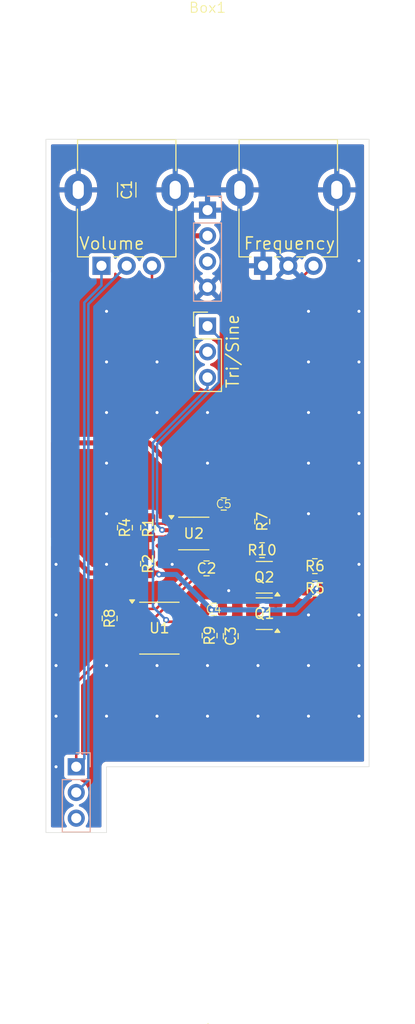
<source format=kicad_pcb>
(kicad_pcb (version 20241229) (generator "pcbnew") (generator_version "9.0")
  (layers (0 "F.Cu" jumper) (2 "B.Cu" signal) (13 "F.Paste" user) (15 "B.Paste" user) (5 "F.SilkS" user "F.Silkscreen") (7 "B.SilkS" user "B.Silkscreen") (1 "F.Mask" user) (3 "B.Mask" user) (25 "Edge.Cuts" user))
  (net 0 "")
  (net 1 "+9V")
  (net 2 "GND")
  (net 3 "IN")
  (net 4 "GNDREF")
  (net 5 "OUT")
  (net 6 "8.4V")
  (net 7 "2.5V")
  (net 8 "Net-(Q2A-B)")
  (net 9 "Net-(U2A-+)")
  (net 10 "INCURR")
  (net 12 "TRIANGLE")
  (net 13 "Net-(Q2B-B)")
  (net 14 "SQUARE")
  (net 16 "Net-(U1B--)")
  (net 17 "SINEISH")
  (net 18 "Net-(R7-Pad2)")
  (net 19 "Net-(SW1-B)")
  (footprint "Resistor_SMD:R_0805_2012Metric" (layer "F.Cu") (at 94.1075 104.94 -90)
    (property "Reference" "R2" (at 0 0 90) (layer "F.SilkS"))
    (property "Value" "22k")
    (fp_line (start -0.227064 0.735) (end 0.227064 0.735) (stroke (width 0.12)) (layer "F.SilkS"))
    (fp_line (start -0.227064 -0.735) (end 0.227064 -0.735) (stroke (width 0.12)) (layer "F.SilkS"))
    (pad "1" smd roundrect (at -0.9125 0 270) (size 1.025 1.4) (layers "F.Cu" "F.Mask" "F.Paste") (roundrect_rratio 0.243902) (net 9 "Net-(U2A-+)"))
    (pad "2" smd roundrect (at 0.9125 0 270) (size 1.025 1.4) (layers "F.Cu" "F.Mask" "F.Paste") (roundrect_rratio 0.243902) (net 1 "+9V"))
  )
  (footprint "Resistor_SMD:R_0805_2012Metric" (layer "F.Cu") (at 100.2075 112.04 -90)
    (property "Reference" "R9" (at 0 0 90) (layer "F.SilkS"))
    (property "Value" "56k")
    (fp_line (start -0.227064 0.735) (end 0.227064 0.735) (stroke (width 0.12)) (layer "F.SilkS"))
    (fp_line (start -0.227064 -0.735) (end 0.227064 -0.735) (stroke (width 0.12)) (layer "F.SilkS"))
    (pad "1" smd roundrect (at -0.9125 0 270) (size 1.025 1.4) (layers "F.Cu" "F.Mask" "F.Paste") (roundrect_rratio 0.243902) (net 17 "SINEISH"))
    (pad "2" smd roundrect (at 0.9125 0 270) (size 1.025 1.4) (layers "F.Cu" "F.Mask" "F.Paste") (roundrect_rratio 0.243902) (net 16 "Net-(U1B--)"))
  )
  (footprint "Resistor_SMD:R_0805_2012Metric" (layer "F.Cu") (at 110.6325 105.1775)
    (property "Reference" "R6" (at 0 0 0) (layer "F.SilkS"))
    (property "Value" "50k")
    (fp_line (start -0.227064 -0.735) (end 0.227064 -0.735) (stroke (width 0.12)) (layer "F.SilkS"))
    (fp_line (start -0.227064 0.735) (end 0.227064 0.735) (stroke (width 0.12)) (layer "F.SilkS"))
    (pad "1" smd roundrect (at -0.9125 0) (size 1.025 1.4) (layers "F.Cu" "F.Mask" "F.Paste") (roundrect_rratio 0.243902) (net 8 "Net-(Q2A-B)"))
    (pad "2" smd roundrect (at 0.9125 0) (size 1.025 1.4) (layers "F.Cu" "F.Mask" "F.Paste") (roundrect_rratio 0.243902) (net 2 "GND"))
  )
  (footprint "Mylib:1590A" (layer "F.Cu") (at 100 100)
    (property "Reference" "Box1" (at 0 -50 0) (layer "F.SilkS") (effects (font (thickness 0.1))))
    (property "Value" "1590A")
    (fp_line (start 0.05 50.375) (end 0.05 50.375) (stroke (width 0.1)) (layer "F.SilkS"))
  )
  (footprint "Resistor_SMD:R_0805_2012Metric" (layer "F.Cu") (at 105.4 103.6)
    (property "Reference" "R10" (at 0 0 0) (layer "F.SilkS"))
    (property "Value" "100k")
    (fp_line (start -0.227064 -0.735) (end 0.227064 -0.735) (stroke (width 0.12)) (layer "F.SilkS"))
    (fp_line (start -0.227064 0.735) (end 0.227064 0.735) (stroke (width 0.12)) (layer "F.SilkS"))
    (pad "1" smd roundrect (at -0.9125 0) (size 1.025 1.4) (layers "F.Cu" "F.Mask" "F.Paste") (roundrect_rratio 0.243902) (net 14 "SQUARE"))
    (pad "2" smd roundrect (at 0.9125 0) (size 1.025 1.4) (layers "F.Cu" "F.Mask" "F.Paste") (roundrect_rratio 0.243902) (net 13 "Net-(Q2B-B)"))
  )
  (footprint "Package_SO:SOIC-8_3.9x4.9mm_P1.27mm" (layer "F.Cu") (at 95.2325 111.305)
    (property "Reference" "U1" (at 0 0 0) (layer "F.SilkS"))
    (property "Value" "OPA1656")
    (fp_line (start 0 -2.56) (end -1.95 -2.56) (stroke (width 0.12)) (layer "F.SilkS"))
    (fp_line (start 0 -2.56) (end 1.95 -2.56) (stroke (width 0.12)) (layer "F.SilkS"))
    (fp_line (start 0 2.56) (end -1.95 2.56) (stroke (width 0.12)) (layer "F.SilkS"))
    (fp_line (start 0 2.56) (end 1.95 2.56) (stroke (width 0.12)) (layer "F.SilkS"))
    (fp_poly (pts (xy -2.7 -2.465) (xy -2.94 -2.795) (xy -2.46 -2.795)) (stroke (width 0.12)) (fill yes) (layer "F.SilkS"))
    (pad "1" smd roundrect (at -2.475 -1.905) (size 1.95 0.6) (layers "F.Cu" "F.Mask" "F.Paste") (net 12 "TRIANGLE"))
    (pad "2" smd roundrect (at -2.475 -0.635) (size 1.95 0.6) (layers "F.Cu" "F.Mask" "F.Paste") (net 10 "INCURR"))
    (pad "3" smd roundrect (at -2.475 0.635) (size 1.95 0.6) (layers "F.Cu" "F.Mask" "F.Paste") (net 4 "GNDREF"))
    (pad "4" smd roundrect (at -2.475 1.905) (size 1.95 0.6) (layers "F.Cu" "F.Mask" "F.Paste") (net 2 "GND"))
    (pad "5" smd roundrect (at 2.475 1.905) (size 1.95 0.6) (layers "F.Cu" "F.Mask" "F.Paste") (net 4 "GNDREF"))
    (pad "6" smd roundrect (at 2.475 0.635) (size 1.95 0.6) (layers "F.Cu" "F.Mask" "F.Paste") (net 16 "Net-(U1B--)"))
    (pad "7" smd roundrect (at 2.475 -0.635) (size 1.95 0.6) (layers "F.Cu" "F.Mask" "F.Paste") (net 17 "SINEISH"))
    (pad "8" smd roundrect (at 2.475 -1.905) (size 1.95 0.6) (layers "F.Cu" "F.Mask" "F.Paste") (net 1 "+9V"))
  )
  (footprint "Package_TO_SOT_SMD:SOT-23-6" (layer "F.Cu") (at 105.62 106.2775 180)
    (property "Reference" "Q2" (at 0 0 0) (layer "F.SilkS"))
    (property "Value" "DMMT5551")
    (fp_line (start 0 1.56) (end 0.8 1.56) (stroke (width 0.12)) (layer "F.SilkS"))
    (fp_line (start 0 1.56) (end -0.8 1.56) (stroke (width 0.12)) (layer "F.SilkS"))
    (fp_line (start 0 -1.56) (end 0.8 -1.56) (stroke (width 0.12)) (layer "F.SilkS"))
    (fp_line (start 0 -1.56) (end -0.8 -1.56) (stroke (width 0.12)) (layer "F.SilkS"))
    (fp_poly (pts (xy -1.3 -1.51) (xy -1.54 -1.84) (xy -1.06 -1.84)) (stroke (width 0.12)) (fill yes) (layer "F.SilkS"))
    (pad "1" smd roundrect (at -1.1375 -0.95 180) (size 1.325 0.6) (layers "F.Cu" "F.Mask" "F.Paste") (net 6 "8.4V"))
    (pad "2" smd roundrect (at -1.1375 0 180) (size 1.325 0.6) (layers "F.Cu" "F.Mask" "F.Paste") (net 8 "Net-(Q2A-B)"))
    (pad "3" smd roundrect (at -1.1375 0.95 180) (size 1.325 0.6) (layers "F.Cu" "F.Mask" "F.Paste") (net 13 "Net-(Q2B-B)"))
    (pad "4" smd roundrect (at 1.1375 0.95 180) (size 1.325 0.6) (layers "F.Cu" "F.Mask" "F.Paste") (net 10 "INCURR"))
    (pad "5" smd roundrect (at 1.1375 0 180) (size 1.325 0.6) (layers "F.Cu" "F.Mask" "F.Paste") (net 7 "2.5V"))
    (pad "6" smd roundrect (at 1.1375 -0.95 180) (size 1.325 0.6) (layers "F.Cu" "F.Mask" "F.Paste") (net 7 "2.5V"))
  )
  (footprint "Connector_PinHeader_2.54mm:PinHeader_1x03_P2.54mm_Vertical" (layer "F.Cu") (at 100 81.46)
    (property "Reference" "SW1" (hide yes))
    (property "Value" "ON-OFF-ON")
    (fp_line (start -1.38 -1.38) (end 0 -1.38) (stroke (width 0.12)) (layer "F.SilkS"))
    (fp_line (start -1.38 0) (end -1.38 -1.38) (stroke (width 0.12)) (layer "F.SilkS"))
    (fp_line (start -1.38 1.27) (end -1.38 6.46) (stroke (width 0.12)) (layer "F.SilkS"))
    (fp_line (start -1.38 1.27) (end 1.38 1.27) (stroke (width 0.12)) (layer "F.SilkS"))
    (fp_line (start -1.38 6.46) (end 1.38 6.46) (stroke (width 0.12)) (layer "F.SilkS"))
    (fp_line (start 1.38 1.27) (end 1.38 6.46) (stroke (width 0.12)) (layer "F.SilkS"))
    (pad "1" thru_hole rect (at 0 0) (size 1.7 1.7) (drill 1) (layers "*.Cu" "*.Mask") (net 12 "TRIANGLE"))
    (pad "2" thru_hole circle (at 0 2.54) (size 1.7 1.7) (drill 1) (layers "*.Cu" "*.Mask") (net 19 "Net-(SW1-B)"))
    (pad "3" thru_hole circle (at 0 5.08) (size 1.7 1.7) (drill 1) (layers "*.Cu" "*.Mask") (net 17 "SINEISH"))
  )
  (footprint "Resistor_SMD:R_0805_2012Metric" (layer "F.Cu") (at 90.3075 110.34 90)
    (property "Reference" "R8" (at 0 0 90) (layer "F.SilkS"))
    (property "Value" "56k")
    (fp_line (start -0.227064 -0.735) (end 0.227064 -0.735) (stroke (width 0.12)) (layer "F.SilkS"))
    (fp_line (start -0.227064 0.735) (end 0.227064 0.735) (stroke (width 0.12)) (layer "F.SilkS"))
    (pad "1" smd roundrect (at -0.9125 0 90) (size 1.025 1.4) (layers "F.Cu" "F.Mask" "F.Paste") (roundrect_rratio 0.243902) (net 16 "Net-(U1B--)"))
    (pad "2" smd roundrect (at 0.9125 0 90) (size 1.025 1.4) (layers "F.Cu" "F.Mask" "F.Paste") (roundrect_rratio 0.243902) (net 12 "TRIANGLE"))
  )
  (footprint "Package_SO:MSOP-8_3x3mm_P0.65mm" (layer "F.Cu") (at 98.63875 101.9525)
    (property "Reference" "U2" (at 0 0 0) (layer "F.SilkS"))
    (property "Value" "LM393")
    (fp_line (start 0 -1.61) (end -1.5 -1.61) (stroke (width 0.12)) (layer "F.SilkS"))
    (fp_line (start 0 -1.61) (end 1.5 -1.61) (stroke (width 0.12)) (layer "F.SilkS"))
    (fp_line (start 0 1.61) (end -1.5 1.61) (stroke (width 0.12)) (layer "F.SilkS"))
    (fp_line (start 0 1.61) (end 1.5 1.61) (stroke (width 0.12)) (layer "F.SilkS"))
    (fp_poly (pts (xy -2.2125 -1.435) (xy -2.4525 -1.765) (xy -1.9725 -1.765)) (stroke (width 0.12)) (fill yes) (layer "F.SilkS"))
    (pad "1" smd roundrect (at -2.1125 -0.975) (size 1.625 0.4) (layers "F.Cu" "F.Mask" "F.Paste") (net 14 "SQUARE"))
    (pad "2" smd roundrect (at -2.1125 -0.325) (size 1.625 0.4) (layers "F.Cu" "F.Mask" "F.Paste") (net 12 "TRIANGLE"))
    (pad "3" smd roundrect (at -2.1125 0.325) (size 1.625 0.4) (layers "F.Cu" "F.Mask" "F.Paste") (net 9 "Net-(U2A-+)"))
    (pad "4" smd roundrect (at -2.1125 0.975) (size 1.625 0.4) (layers "F.Cu" "F.Mask" "F.Paste") (net 2 "GND"))
    (pad "5" smd roundrect (at 2.1125 0.975) (size 1.625 0.4) (layers "F.Cu" "F.Mask" "F.Paste") (net 2 "GND"))
    (pad "6" smd roundrect (at 2.1125 0.325) (size 1.625 0.4) (layers "F.Cu" "F.Mask" "F.Paste") (net 2 "GND"))
    (pad "7" smd roundrect (at 2.1125 -0.325) (size 1.625 0.4) (layers "F.Cu" "F.Mask" "F.Paste"))
    (pad "8" smd roundrect (at 2.1125 -0.975) (size 1.625 0.4) (layers "F.Cu" "F.Mask" "F.Paste") (net 1 "+9V"))
  )
  (footprint "Package_TO_SOT_SMD:SOT-23-6" (layer "F.Cu") (at 105.62 109.8775 180)
    (property "Reference" "Q1" (at 0 0 0) (layer "F.SilkS"))
    (property "Value" "DMMT5401")
    (fp_line (start 0 1.56) (end 0.8 1.56) (stroke (width 0.12)) (layer "F.SilkS"))
    (fp_line (start 0 1.56) (end -0.8 1.56) (stroke (width 0.12)) (layer "F.SilkS"))
    (fp_line (start 0 -1.56) (end 0.8 -1.56) (stroke (width 0.12)) (layer "F.SilkS"))
    (fp_line (start 0 -1.56) (end -0.8 -1.56) (stroke (width 0.12)) (layer "F.SilkS"))
    (fp_poly (pts (xy -1.3 -1.51) (xy -1.54 -1.84) (xy -1.06 -1.84)) (stroke (width 0.12)) (fill yes) (layer "F.SilkS"))
    (pad "1" smd roundrect (at -1.1375 -0.95 180) (size 1.325 0.6) (layers "F.Cu" "F.Mask" "F.Paste") (net 6 "8.4V"))
    (pad "2" smd roundrect (at -1.1375 0 180) (size 1.325 0.6) (layers "F.Cu" "F.Mask" "F.Paste") (net 6 "8.4V"))
    (pad "3" smd roundrect (at -1.1375 0.95 180) (size 1.325 0.6) (layers "F.Cu" "F.Mask" "F.Paste") (net 6 "8.4V"))
    (pad "4" smd roundrect (at 1.1375 0.95 180) (size 1.325 0.6) (layers "F.Cu" "F.Mask" "F.Paste") (net 10 "INCURR"))
    (pad "5" smd roundrect (at 1.1375 0 180) (size 1.325 0.6) (layers "F.Cu" "F.Mask" "F.Paste") (net 1 "+9V"))
    (pad "6" smd roundrect (at 1.1375 -0.95 180) (size 1.325 0.6) (layers "F.Cu" "F.Mask" "F.Paste") (net 1 "+9V"))
  )
  (footprint "Resistor_SMD:R_0805_2012Metric" (layer "F.Cu") (at 105.42 100.7775 90)
    (property "Reference" "R7" (at 0 0 90) (layer "F.SilkS"))
    (property "Value" "10k")
    (fp_line (start -0.227064 -0.735) (end 0.227064 -0.735) (stroke (width 0.12)) (layer "F.SilkS"))
    (fp_line (start -0.227064 0.735) (end 0.227064 0.735) (stroke (width 0.12)) (layer "F.SilkS"))
    (pad "1" smd roundrect (at -0.9125 0 90) (size 1.025 1.4) (layers "F.Cu" "F.Mask" "F.Paste") (roundrect_rratio 0.243902) (net 7 "2.5V"))
    (pad "2" smd roundrect (at 0.9125 0 90) (size 1.025 1.4) (layers "F.Cu" "F.Mask" "F.Paste") (roundrect_rratio 0.243902) (net 18 "Net-(R7-Pad2)"))
  )
  (footprint "Mylib:Potentiometer_9mm_MP" (layer "F.Cu") (at 108 68)
    (property "Reference" "RV3" (hide yes))
    (property "Value" "B100k Frequency")
    (fp_line (start -4.88 6.62) (end -4.88 1.9) (stroke (width 0.12)) (layer "F.SilkS"))
    (fp_line (start -4.87 -1.91) (end -4.87 -4.97) (stroke (width 0.12)) (layer "F.SilkS"))
    (fp_line (start -3.69 6.62) (end -4.87 6.62) (stroke (width 0.12)) (layer "F.SilkS"))
    (fp_line (start -0.79 6.62) (end -1.32 6.62) (stroke (width 0.12)) (layer "F.SilkS"))
    (fp_line (start 1.66 6.62) (end 0.83 6.62) (stroke (width 0.12)) (layer "F.SilkS"))
    (fp_line (start 4.87 -4.97) (end -4.87 -4.97) (stroke (width 0.12)) (layer "F.SilkS"))
    (fp_line (start 4.87 -1.91) (end 4.87 -4.97) (stroke (width 0.12)) (layer "F.SilkS"))
    (fp_line (start 4.87 6.62) (end 3.38 6.62) (stroke (width 0.12)) (layer "F.SilkS"))
    (fp_line (start 4.87 6.62) (end 4.87 1.9) (stroke (width 0.12)) (layer "F.SilkS"))
    (pad "1" thru_hole rect (at -2.5 7.5) (size 1.8 1.8) (drill 1) (layers "*.Cu" "*.Mask") (net 2 "GND"))
    (pad "2" thru_hole circle (at 0 7.5) (size 1.8 1.8) (drill 1) (layers "*.Cu" "*.Mask") (net 2 "GND"))
    (pad "3" thru_hole circle (at 2.5 7.5) (size 1.8 1.8) (drill 1) (layers "*.Cu" "*.Mask") (net 18 "Net-(R7-Pad2)"))
    (pad "MP" thru_hole oval (at -4.8 0) (size 2.72 3.24) (drill oval 1.1 1.8) (layers "*.Cu" "*.Mask") (net 2 "GND"))
    (pad "MP" thru_hole oval (at 4.8 0) (size 2.72 3.24) (drill oval 1.1 1.8) (layers "*.Cu" "*.Mask") (net 2 "GND"))
  )
  (footprint "Capacitor_SMD:C_0805_2012Metric" (layer "F.Cu") (at 102.3 112.1 90)
    (property "Reference" "C3" (at 0 0 90) (layer "F.SilkS"))
    (property "Value" "47n")
    (fp_line (start -0.261252 -0.735) (end 0.261252 -0.735) (stroke (width 0.12)) (layer "F.SilkS"))
    (fp_line (start -0.261252 0.735) (end 0.261252 0.735) (stroke (width 0.12)) (layer "F.SilkS"))
    (pad "1" smd roundrect (at -0.95 0 90) (size 1 1.45) (layers "F.Cu" "F.Mask" "F.Paste") (net 16 "Net-(U1B--)"))
    (pad "2" smd roundrect (at 0.95 0 90) (size 1 1.45) (layers "F.Cu" "F.Mask" "F.Paste") (net 17 "SINEISH"))
  )
  (footprint "Resistor_SMD:R_0805_2012Metric" (layer "F.Cu") (at 91.82 101.3775 -90)
    (property "Reference" "R4" (at 0 0 90) (layer "F.SilkS"))
    (property "Value" "100k")
    (fp_line (start -0.227064 0.735) (end 0.227064 0.735) (stroke (width 0.12)) (layer "F.SilkS"))
    (fp_line (start -0.227064 -0.735) (end 0.227064 -0.735) (stroke (width 0.12)) (layer "F.SilkS"))
    (pad "1" smd roundrect (at -0.9125 0 270) (size 1.025 1.4) (layers "F.Cu" "F.Mask" "F.Paste") (roundrect_rratio 0.243902) (net 2 "GND"))
    (pad "2" smd roundrect (at 0.9125 0 270) (size 1.025 1.4) (layers "F.Cu" "F.Mask" "F.Paste") (roundrect_rratio 0.243902) (net 9 "Net-(U2A-+)"))
  )
  (footprint "Mylib:C_0704_1810Metric" (layer "F.Cu") (at 100.6075 109.44)
    (property "Reference" "C4" (at 0 0 0) (layer "F.SilkS") (effects (font (size 0.8 0.8) (thickness 0.1))))
    (property "Value" "0.1uF")
    (fp_line (start -0.25 -0.6) (end 0.25 -0.6) (stroke (width 0.12)) (layer "F.SilkS"))
    (fp_line (start -0.25 0.6) (end 0.25 0.6) (stroke (width 0.12)) (layer "F.SilkS"))
    (pad "1" smd roundrect (at -0.875 0) (size 0.9 1.25) (layers "F.Cu" "F.Mask" "F.Paste") (roundrect_rratio 0.2) (net 1 "+9V"))
    (pad "2" smd roundrect (at 0.875 0) (size 0.9 1.25) (layers "F.Cu" "F.Mask" "F.Paste") (roundrect_rratio 0.2) (net 2 "GND"))
  )
  (footprint "Capacitor_SMD:C_0805_2012Metric" (layer "F.Cu") (at 99.9 105.4 180)
    (property "Reference" "C2" (at 0 0 180) (layer "F.SilkS"))
    (property "Value" "22n")
    (fp_line (start -0.261252 0.735) (end 0.261252 0.735) (stroke (width 0.12)) (layer "F.SilkS"))
    (fp_line (start -0.261252 -0.735) (end 0.261252 -0.735) (stroke (width 0.12)) (layer "F.SilkS"))
    (pad "1" smd roundrect (at -0.95 0 180) (size 1 1.45) (layers "F.Cu" "F.Mask" "F.Paste") (net 10 "INCURR"))
    (pad "2" smd roundrect (at 0.95 0 180) (size 1 1.45) (layers "F.Cu" "F.Mask" "F.Paste") (net 12 "TRIANGLE"))
  )
  (footprint "Mylib:Potentiometer_9mm_MP" (layer "F.Cu") (at 92 68)
    (property "Reference" "RV1" (hide yes))
    (property "Value" "B100k Volume")
    (fp_line (start -4.88 6.62) (end -4.88 1.9) (stroke (width 0.12)) (layer "F.SilkS"))
    (fp_line (start -4.87 -1.91) (end -4.87 -4.97) (stroke (width 0.12)) (layer "F.SilkS"))
    (fp_line (start -3.69 6.62) (end -4.87 6.62) (stroke (width 0.12)) (layer "F.SilkS"))
    (fp_line (start -0.79 6.62) (end -1.32 6.62) (stroke (width 0.12)) (layer "F.SilkS"))
    (fp_line (start 1.66 6.62) (end 0.83 6.62) (stroke (width 0.12)) (layer "F.SilkS"))
    (fp_line (start 4.87 -4.97) (end -4.87 -4.97) (stroke (width 0.12)) (layer "F.SilkS"))
    (fp_line (start 4.87 -1.91) (end 4.87 -4.97) (stroke (width 0.12)) (layer "F.SilkS"))
    (fp_line (start 4.87 6.62) (end 3.38 6.62) (stroke (width 0.12)) (layer "F.SilkS"))
    (fp_line (start 4.87 6.62) (end 4.87 1.9) (stroke (width 0.12)) (layer "F.SilkS"))
    (pad "1" thru_hole rect (at -2.5 7.5) (size 1.8 1.8) (drill 1) (layers "*.Cu" "*.Mask") (net 4 "GNDREF"))
    (pad "2" thru_hole circle (at 0 7.5) (size 1.8 1.8) (drill 1) (layers "*.Cu" "*.Mask") (net 5 "OUT"))
    (pad "3" thru_hole circle (at 2.5 7.5) (size 1.8 1.8) (drill 1) (layers "*.Cu" "*.Mask") (net 19 "Net-(SW1-B)"))
    (pad "MP" thru_hole oval (at -4.8 0) (size 2.72 3.24) (drill oval 1.1 1.8) (layers "*.Cu" "*.Mask") (net 2 "GND"))
    (pad "MP" thru_hole oval (at 4.8 0) (size 2.72 3.24) (drill oval 1.1 1.8) (layers "*.Cu" "*.Mask") (net 2 "GND"))
  )
  (footprint "Capacitor_SMD:C_1206_3216Metric" (layer "F.Cu") (at 92 68 90)
    (property "Reference" "C1" (at 0 0 90) (layer "F.SilkS"))
    (property "Value" "22uF")
    (fp_line (start -0.711252 -0.91) (end 0.711252 -0.91) (stroke (width 0.12)) (layer "F.SilkS"))
    (fp_line (start -0.711252 0.91) (end 0.711252 0.91) (stroke (width 0.12)) (layer "F.SilkS"))
    (pad "1" smd roundrect (at -1.475 0 90) (size 1.15 1.8) (layers "F.Cu" "F.Mask" "F.Paste") (roundrect_rratio 0.217391) (net 1 "+9V"))
    (pad "2" smd roundrect (at 1.475 0 90) (size 1.15 1.8) (layers "F.Cu" "F.Mask" "F.Paste") (roundrect_rratio 0.217391) (net 2 "GND"))
  )
  (footprint "Mylib:C_0704_1810Metric" (layer "F.Cu") (at 101.6075 99.04)
    (property "Reference" "C5" (at 0 0 0) (layer "F.SilkS") (effects (font (size 0.8 0.8) (thickness 0.1))))
    (property "Value" "0.1uF")
    (fp_line (start -0.25 -0.6) (end 0.25 -0.6) (stroke (width 0.12)) (layer "F.SilkS"))
    (fp_line (start -0.25 0.6) (end 0.25 0.6) (stroke (width 0.12)) (layer "F.SilkS"))
    (pad "1" smd roundrect (at -0.875 0) (size 0.9 1.25) (layers "F.Cu" "F.Mask" "F.Paste") (roundrect_rratio 0.2) (net 1 "+9V"))
    (pad "2" smd roundrect (at 0.875 0) (size 0.9 1.25) (layers "F.Cu" "F.Mask" "F.Paste") (roundrect_rratio 0.2) (net 2 "GND"))
  )
  (footprint "Resistor_SMD:R_0805_2012Metric" (layer "F.Cu") (at 94.12 101.3775 -90)
    (property "Reference" "R1" (at 0 0 90) (layer "F.SilkS"))
    (property "Value" "5.6k")
    (fp_line (start -0.227064 0.735) (end 0.227064 0.735) (stroke (width 0.12)) (layer "F.SilkS"))
    (fp_line (start -0.227064 -0.735) (end 0.227064 -0.735) (stroke (width 0.12)) (layer "F.SilkS"))
    (pad "1" smd roundrect (at -0.9125 0 270) (size 1.025 1.4) (layers "F.Cu" "F.Mask" "F.Paste") (roundrect_rratio 0.243902) (net 14 "SQUARE"))
    (pad "2" smd roundrect (at 0.9125 0 270) (size 1.025 1.4) (layers "F.Cu" "F.Mask" "F.Paste") (roundrect_rratio 0.243902) (net 9 "Net-(U2A-+)"))
  )
  (footprint "Resistor_SMD:R_0805_2012Metric" (layer "F.Cu") (at 110.6325 107.3775 180)
    (property "Reference" "R5" (at 0 0 0) (layer "F.SilkS"))
    (property "Value" "100k")
    (fp_line (start -0.227064 0.735) (end 0.227064 0.735) (stroke (width 0.12)) (layer "F.SilkS"))
    (fp_line (start -0.227064 -0.735) (end 0.227064 -0.735) (stroke (width 0.12)) (layer "F.SilkS"))
    (pad "1" smd roundrect (at -0.9125 0 180) (size 1.025 1.4) (layers "F.Cu" "F.Mask" "F.Paste") (roundrect_rratio 0.243902) (net 1 "+9V"))
    (pad "2" smd roundrect (at 0.9125 0 180) (size 1.025 1.4) (layers "F.Cu" "F.Mask" "F.Paste") (roundrect_rratio 0.243902) (net 8 "Net-(Q2A-B)"))
  )
  (footprint "Connector_PinHeader_2.54mm:PinHeader_1x03_P2.54mm_Vertical" (layer "B.Cu") (at 87 125 180)
    (property "Reference" "J2" (hide yes))
    (property "Value" "Conn_01x03_Pin")
    (fp_line (start 1.38 -1.27) (end 1.38 -6.46) (stroke (width 0.12)) (layer "B.SilkS"))
    (fp_line (start -1.38 1.38) (end 0 1.38) (stroke (width 0.12)) (layer "B.SilkS"))
    (fp_line (start -1.38 0) (end -1.38 1.38) (stroke (width 0.12)) (layer "B.SilkS"))
    (fp_line (start -1.38 -1.27) (end 1.38 -1.27) (stroke (width 0.12)) (layer "B.SilkS"))
    (fp_line (start -1.38 -1.27) (end -1.38 -6.46) (stroke (width 0.12)) (layer "B.SilkS"))
    (fp_line (start -1.38 -6.46) (end 1.38 -6.46) (stroke (width 0.12)) (layer "B.SilkS"))
    (pad "1" thru_hole rect (at 0 0 180) (size 1.7 1.7) (drill 1) (layers "*.Cu" "*.Mask") (net 4 "GNDREF"))
    (pad "2" thru_hole circle (at 0 -2.54 180) (size 1.7 1.7) (drill 1) (layers "*.Cu" "*.Mask") (net 5 "OUT"))
    (pad "3" thru_hole circle (at 0 -5.08 180) (size 1.7 1.7) (drill 1) (layers "*.Cu" "*.Mask") (net 3 "IN"))
  )
  (footprint "Connector_PinHeader_2.54mm:PinHeader_1x04_P2.54mm_Vertical" (layer "B.Cu") (at 100 70 180)
    (property "Reference" "J1" (hide yes))
    (property "Value" "Conn_01x04_Pin" (hide yes))
    (fp_line (start 1.38 -1.27) (end 1.38 -9) (stroke (width 0.12)) (layer "B.SilkS"))
    (fp_line (start -1.38 1.38) (end 0 1.38) (stroke (width 0.12)) (layer "B.SilkS"))
    (fp_line (start -1.38 0) (end -1.38 1.38) (stroke (width 0.12)) (layer "B.SilkS"))
    (fp_line (start -1.38 -1.27) (end 1.38 -1.27) (stroke (width 0.12)) (layer "B.SilkS"))
    (fp_line (start -1.38 -1.27) (end -1.38 -9) (stroke (width 0.12)) (layer "B.SilkS"))
    (fp_line (start -1.38 -9) (end 1.38 -9) (stroke (width 0.12)) (layer "B.SilkS"))
    (pad "1" thru_hole rect (at 0 0 180) (size 1.7 1.7) (drill 1) (layers "*.Cu" "*.Mask") (net 2 "GND"))
    (pad "2" thru_hole circle (at 0 -2.54 180) (size 1.7 1.7) (drill 1) (layers "*.Cu" "*.Mask") (net 1 "+9V"))
    (pad "3" thru_hole circle (at 0 -5.08 180) (size 1.7 1.7) (drill 1) (layers "*.Cu" "*.Mask"))
    (pad "4" thru_hole circle (at 0 -7.62 180) (size 1.7 1.7) (drill 1) (layers "*.Cu" "*.Mask") (net 2 "GND"))
  )
  (gr_line (start 116 125) (end 116 63) (stroke (width 0.05)) (layer "Edge.Cuts"))
  (gr_line (start 84 131.5) (end 90 131.5) (stroke (width 0.05)) (layer "Edge.Cuts"))
  (gr_line (start 116 63) (end 84 63) (stroke (width 0.05)) (layer "Edge.Cuts"))
  (gr_line (start 90 125) (end 116 125) (stroke (width 0.05)) (layer "Edge.Cuts"))
  (gr_line (start 90 131.5) (end 90 125) (stroke (width 0.05)) (layer "Edge.Cuts"))
  (gr_line (start 84 63) (end 84 131.5) (stroke (width 0.05)) (layer "Edge.Cuts"))
  (gr_text "Tri/Sine" (at 103.2 87.7 90) (layer "F.SilkS") (effects (font (size 1.2 1.2)) (justify left bottom)))
  (gr_text "Volume" (at 87.2 74 0) (layer "F.SilkS") (effects (font (size 1.2 1.2)) (justify left bottom)))
  (gr_text "Frequency" (at 103.5 74 0) (layer "F.SilkS") (effects (font (size 1.2 1.2)) (justify left bottom)))
  (segment (start 100.7325 100.95875) (end 100.75125 100.9775) (width 0.5) (layer "F.Cu") (net 1))
  (segment (start 100 72.54) (end 95.065 72.54) (width 0.5) (layer "F.Cu") (net 1))
  (segment (start 110.8 107.4) (end 111.5225 107.4) (width 0.5) (layer "F.Cu") (net 1))
  (segment (start 95.0525 105.8525) (end 95.2 106) (width 0.5) (layer "F.Cu") (net 1))
  (segment (start 94.2 93) (end 100.24 99.04) (width 0.5) (layer "F.Cu") (net 1))
  (segment (start 92 69.475) (end 92 69.8) (width 0.5) (layer "F.Cu") (net 1))
  (segment (start 100.7325 99.04) (end 100.7325 100.95875) (width 0.5) (layer "F.Cu") (net 1))
  (segment (start 99.7925 109.5) (end 99.7325 109.44) (width 0.5) (layer "F.Cu") (net 1))
  (segment (start 104.4825 109.8775) (end 104.4825 110.8275) (width 0.25) (layer "F.Cu") (net 1))
  (segment (start 94.1075 105.8525) (end 95.0525 105.8525) (width 0.5) (layer "F.Cu") (net 1))
  (segment (start 84.751 95.6) (end 84.751 102.3) (width 0.5) (layer "F.Cu") (net 1))
  (segment (start 84.751 93) (end 94.2 93) (width 0.5) (layer "F.Cu") (net 1))
  (segment (start 84.751 77.049) (end 84.751 95.6) (width 0.5) (layer "F.Cu") (net 1))
  (segment (start 84.751 95.6) (end 84.751 93) (width 0.5) (layer "F.Cu") (net 1))
  (segment (start 111.5225 107.4) (end 111.545 107.3775) (width 0.5) (layer "F.Cu") (net 1))
  (segment (start 100.24 99.04) (end 100.7325 99.04) (width 0.5) (layer "F.Cu") (net 1))
  (segment (start 84.751 102.3) (end 88.3035 105.8525) (width 0.5) (layer "F.Cu") (net 1))
  (segment (start 88.3035 105.8525) (end 94.1075 105.8525) (width 0.5) (layer "F.Cu") (net 1))
  (segment (start 97.7075 109.4) (end 99.6925 109.4) (width 0.5) (layer "F.Cu") (net 1))
  (segment (start 92 69.8) (end 84.751 77.049) (width 0.5) (layer "F.Cu") (net 1))
  (segment (start 104.4825 109.8775) (end 105.1225 109.8775) (width 0.25) (layer "F.Cu") (net 1))
  (segment (start 105.1225 109.8775) (end 105.5 109.5) (width 0.25) (layer "F.Cu") (net 1))
  (segment (start 95.065 72.54) (end 92 69.475) (width 0.5) (layer "F.Cu") (net 1))
  (segment (start 100.4 109.5) (end 99.7925 109.5) (width 0.5) (layer "F.Cu") (net 1))
  (via (at 100.4 109.5) (size 0.6) (drill 0.3) (layers "F.Cu" "B.Cu") (net 1))
  (via (at 95.2 106) (size 0.6) (drill 0.3) (layers "F.Cu" "B.Cu") (net 1))
  (via (at 105.5 109.5) (size 0.6) (drill 0.3) (layers "F.Cu" "B.Cu") (net 1))
  (via (at 110.8 107.4) (size 0.6) (drill 0.3) (layers "F.Cu" "B.Cu") (net 1))
  (segment (start 108.7 109.5) (end 110.8 107.4) (width 0.5) (layer "B.Cu") (net 1))
  (segment (start 96.9 106) (end 100.4 109.5) (width 0.5) (layer "B.Cu") (net 1))
  (segment (start 100.4 109.5) (end 105.5 109.5) (width 0.5) (layer "B.Cu") (net 1))
  (segment (start 105.5 109.5) (end 108.7 109.5) (width 0.5) (layer "B.Cu") (net 1))
  (segment (start 95.2 106) (end 96.9 106) (width 0.5) (layer "B.Cu") (net 1))
  (segment (start 100.75125 102.2775) (end 100.75125 102.9275) (width 0.5) (layer "F.Cu") (net 2))
  (via (at 110 120) (size 0.6) (drill 0.3) (layers "F.Cu" "B.Cu") (net 2))
  (via (at 100 120) (size 0.6) (drill 0.3) (layers "F.Cu" "B.Cu") (net 2))
  (via (at 115 95) (size 0.6) (drill 0.3) (layers "F.Cu" "B.Cu") (net 2))
  (via (at 115 115) (size 0.6) (drill 0.3) (layers "F.Cu" "B.Cu") (net 2))
  (via (at 95 120) (size 0.6) (drill 0.3) (layers "F.Cu" "B.Cu") (net 2))
  (via (at 105 115) (size 0.6) (drill 0.3) (layers "F.Cu" "B.Cu") (net 2))
  (via (at 96.5 105) (size 0.6) (drill 0.3) (layers "F.Cu" "B.Cu") (net 2))
  (via (at 90 115) (size 0.6) (drill 0.3) (layers "F.Cu" "B.Cu") (net 2))
  (via (at 115 100) (size 0.6) (drill 0.3) (layers "F.Cu" "B.Cu") (net 2))
  (via (at 115 105) (size 0.6) (drill 0.3) (layers "F.Cu" "B.Cu") (net 2))
  (via (at 85 125) (size 0.6) (drill 0.3) (layers "F.Cu" "B.Cu") (net 2))
  (via (at 102.1 107.6) (size 0.6) (drill 0.3) (layers "F.Cu" "B.Cu") (net 2))
  (via (at 85 120) (size 0.6) (drill 0.3) (layers "F.Cu" "B.Cu") (net 2))
  (via (at 100 90) (size 0.6) (drill 0.3) (layers "F.Cu" "B.Cu") (net 2))
  (via (at 110 80) (size 0.6) (drill 0.3) (layers "F.Cu" "B.Cu") (net 2))
  (via (at 100 95) (size 0.6) (drill 0.3) (layers "F.Cu" "B.Cu") (net 2))
  (via (at 90 95) (size 0.6) (drill 0.3) (layers "F.Cu" "B.Cu") (net 2))
  (via (at 110 95) (size 0.6) (drill 0.3) (layers "F.Cu" "B.Cu") (net 2))
  (via (at 90 100) (size 0.6) (drill 0.3) (layers "F.Cu" "B.Cu") (net 2))
  (via (at 115 120) (size 0.6) (drill 0.3) (layers "F.Cu" "B.Cu") (net 2))
  (via (at 85 110) (size 0.6) (drill 0.3) (layers "F.Cu" "B.Cu") (net 2))
  (via (at 115 110) (size 0.6) (drill 0.3) (layers "F.Cu" "B.Cu") (net 2))
  (via (at 90 120) (size 0.6) (drill 0.3) (layers "F.Cu" "B.Cu") (net 2))
  (via (at 110 110) (size 0.6) (drill 0.3) (layers "F.Cu" "B.Cu") (net 2))
  (via (at 115 75) (size 0.6) (drill 0.3) (layers "F.Cu" "B.Cu") (net 2))
  (via (at 110 115) (size 0.6) (drill 0.3) (layers "F.Cu" "B.Cu") (net 2))
  (via (at 105 120) (size 0.6) (drill 0.3) (layers "F.Cu" "B.Cu") (net 2))
  (via (at 110 90) (size 0.6) (drill 0.3) (layers "F.Cu" "B.Cu") (net 2))
  (via (at 115 85) (size 0.6) (drill 0.3) (layers "F.Cu" "B.Cu") (net 2))
  (via (at 110 85) (size 0.6) (drill 0.3) (layers "F.Cu" "B.Cu") (net 2))
  (via (at 90 85) (size 0.6) (drill 0.3) (layers "F.Cu" "B.Cu") (net 2))
  (via (at 85 115) (size 0.6) (drill 0.3) (layers "F.Cu" "B.Cu") (net 2))
  (via (at 90 105) (size 0.6) (drill 0.3) (layers "F.Cu" "B.Cu") (net 2))
  (via (at 115 80) (size 0.6) (drill 0.3) (layers "F.Cu" "B.Cu") (net 2))
  (via (at 115 90) (size 0.6) (drill 0.3) (layers "F.Cu" "B.Cu") (net 2))
  (via (at 100 115) (size 0.6) (drill 0.3) (layers "F.Cu" "B.Cu") (net 2))
  (via (at 85 105) (size 0.6) (drill 0.3) (layers "F.Cu" "B.Cu") (net 2))
  (via (at 90 80) (size 0.6) (drill 0.3) (layers "F.Cu" "B.Cu") (net 2))
  (via (at 95 85) (size 0.6) (drill 0.3) (layers "F.Cu" "B.Cu") (net 2))
  (via (at 110 100) (size 0.6) (drill 0.3) (layers "F.Cu" "B.Cu") (net 2))
  (via (at 95 90) (size 0.6) (drill 0.3) (layers "F.Cu" "B.Cu") (net 2))
  (via (at 95 115) (size 0.6) (drill 0.3) (layers "F.Cu" "B.Cu") (net 2))
  (via (at 90 90) (size 0.6) (drill 0.3) (layers "F.Cu" "B.Cu") (net 2))
  (segment (start 91.782501 111.94) (end 92.7575 111.94) (width 0.25) (layer "F.Cu") (net 4))
  (segment (start 87 125) (end 87 116.722501) (width 0.25) (layer "F.Cu") (net 4))
  (segment (start 96.0675 111.94) (end 97.3375 113.21) (width 0.25) (layer "F.Cu") (net 4))
  (segment (start 92.7575 111.94) (end 96.0675 111.94) (width 0.25) (layer "F.Cu") (net 4))
  (segment (start 87 116.722501) (end 91.782501 111.94) (width 0.25) (layer "F.Cu") (net 4))
  (segment (start 87.799 79.1339) (end 89.5 77.4329) (width 0.25) (layer "B.Cu") (net 4))
  (segment (start 87 125) (end 87.799 124.201) (width 0.25) (layer "B.Cu") (net 4))
  (segment (start 87.799 124.201) (end 87.799 79.1339) (width 0.25) (layer "B.Cu") (net 4))
  (segment (start 89.5 77.4329) (end 89.5 75.5) (width 0.25) (layer "B.Cu") (net 4))
  (segment (start 88.2 126.34) (end 87 127.54) (width 0.25) (layer "B.Cu") (net 5))
  (segment (start 92 75.5) (end 88.2 79.3) (width 0.25) (layer "B.Cu") (net 5))
  (segment (start 88.2 79.3) (end 88.2 126.34) (width 0.25) (layer "B.Cu") (net 5))
  (segment (start 106.7575 110.8275) (end 106.7575 109.8775) (width 0.25) (layer "F.Cu") (net 6))
  (segment (start 106.7575 108.9275) (end 106.7575 107.2275) (width 0.25) (layer "F.Cu") (net 6))
  (segment (start 106.7575 109.8775) (end 106.7575 108.9275) (width 0.25) (layer "F.Cu") (net 6))
  (segment (start 104.801612 106.2775) (end 105.421 105.658112) (width 0.25) (layer "F.Cu") (net 7))
  (segment (start 105.421 105.658112) (end 105.421 101.691) (width 0.25) (layer "F.Cu") (net 7))
  (segment (start 104.4825 106.2775) (end 104.4825 107.2275) (width 0.25) (layer "F.Cu") (net 7))
  (segment (start 109.72 105.1775) (end 109.72 106.2775) (width 0.25) (layer "F.Cu") (net 8))
  (segment (start 106.7575 106.2775) (end 109.72 106.2775) (width 0.25) (layer "F.Cu") (net 8))
  (segment (start 109.72 106.2775) (end 109.72 107.3775) (width 0.25) (layer "F.Cu") (net 8))
  (segment (start 94.1075 104.0275) (end 94.1075 102.3025) (width 0.25) (layer "F.Cu") (net 9))
  (segment (start 94.12 102.29) (end 91.82 102.29) (width 0.25) (layer "F.Cu") (net 9))
  (segment (start 96.52625 102.2775) (end 94.1325 102.2775) (width 0.25) (layer "F.Cu") (net 9))
  (segment (start 94.3835 110.67) (end 98.6535 106.4) (width 0.25) (layer "F.Cu") (net 10))
  (segment (start 99.85 106.4) (end 100.85 105.4) (width 0.25) (layer "F.Cu") (net 10))
  (segment (start 104.4825 108.9275) (end 103.544 107.989) (width 0.25) (layer "F.Cu") (net 10))
  (segment (start 92.7575 110.67) (end 94.3835 110.67) (width 0.25) (layer "F.Cu") (net 10))
  (segment (start 98.6535 106.4) (end 99.85 106.4) (width 0.25) (layer "F.Cu") (net 10))
  (segment (start 104.163388 105.3275) (end 104.4825 105.3275) (width 0.25) (layer "F.Cu") (net 10))
  (segment (start 104.4825 105.3275) (end 104.455 105.3) (width 0.25) (layer "F.Cu") (net 10))
  (segment (start 104.455 105.3) (end 100.95 105.3) (width 0.25) (layer "F.Cu") (net 10))
  (segment (start 100.95 105.3) (end 100.85 105.4) (width 0.25) (layer "F.Cu") (net 10))
  (segment (start 103.544 107.989) (end 103.544 105.946888) (width 0.25) (layer "F.Cu") (net 10))
  (segment (start 103.544 105.946888) (end 104.163388 105.3275) (width 0.25) (layer "F.Cu") (net 10))
  (segment (start 99 103.1671) (end 99 105.3225) (width 0.25) (layer "F.Cu") (net 12))
  (segment (start 97.4604 101.6275) (end 99 103.1671) (width 0.25) (layer "F.Cu") (net 12))
  (segment (start 94.9225 109.4) (end 92.7575 109.4) (width 0.25) (layer "F.Cu") (net 12))
  (segment (start 96.52625 101.6275) (end 95.5275 101.6275) (width 0.25) (layer "F.Cu") (net 12))
  (segment (start 99 105.3225) (end 94.9225 109.4) (width 0.25) (layer "F.Cu") (net 12))
  (segment (start 96.52625 101.6275) (end 97.4604 101.6275) (width 0.25) (layer "F.Cu") (net 12))
  (segment (start 95.5275 101.6275) (end 95.5 101.6) (width 0.25) (layer "F.Cu") (net 12))
  (segment (start 92.7575 109.4) (end 90.335 109.4) (width 0.25) (layer "F.Cu") (net 12))
  (via (at 95.5 101.6) (size 0.6) (drill 0.3) (layers "F.Cu" "B.Cu") (net 12))
  (segment (start 95.001 93.131405) (end 101.126 87.006405) (width 0.25) (layer "B.Cu") (net 12))
  (segment (start 95.001 101.101) (end 95.001 93.131405) (width 0.25) (layer "B.Cu") (net 12))
  (segment (start 101.126 82.586) (end 100 81.46) (width 0.25) (layer "B.Cu") (net 12))
  (segment (start 101.126 87.006405) (end 101.126 82.586) (width 0.25) (layer "B.Cu") (net 12))
  (segment (start 95.5 101.6) (end 95.001 101.101) (width 0.25) (layer "B.Cu") (net 12))
  (segment (start 106.7575 104.0025) (end 106.3325 103.5775) (width 0.25) (layer "F.Cu") (net 13))
  (segment (start 106.7575 105.3275) (end 106.7575 104.0025) (width 0.25) (layer "F.Cu") (net 13))
  (segment (start 99.9775 103.5775) (end 97.3775 100.9775) (width 0.25) (layer "F.Cu") (net 14))
  (segment (start 97.3775 100.9775) (end 96.52625 100.9775) (width 0.25) (layer "F.Cu") (net 14))
  (segment (start 96.52625 100.9775) (end 94.6325 100.9775) (width 0.25) (layer "F.Cu") (net 14))
  (segment (start 94.6325 100.9775) (end 94.12 100.465) (width 0.25) (layer "F.Cu") (net 14))
  (segment (start 104.5075 103.5775) (end 99.9775 103.5775) (width 0.25) (layer "F.Cu") (net 14))
  (segment (start 99.195 111.94) (end 100.2075 112.9525) (width 0.25) (layer "F.Cu") (net 16))
  (segment (start 100.2075 112.9525) (end 102.2025 112.9525) (width 0.25) (layer "F.Cu") (net 16))
  (segment (start 102.2025 112.9525) (end 102.3 113.05) (width 0.25) (layer "F.Cu") (net 16))
  (segment (start 90.314 111.246) (end 97.0135 111.246) (width 0.25) (layer "F.Cu") (net 16))
  (segment (start 97.7075 111.94) (end 99.195 111.94) (width 0.25) (layer "F.Cu") (net 16))
  (segment (start 97.0135 111.246) (end 97.7075 111.94) (width 0.25) (layer "F.Cu") (net 16))
  (segment (start 102.2775 111.1275) (end 102.3 111.15) (width 0.25) (layer "F.Cu") (net 17))
  (segment (start 100.2075 111.1275) (end 102.2775 111.1275) (width 0.25) (layer "F.Cu") (net 17))
  (segment (start 99.75 110.67) (end 100.2075 111.1275) (width 0.25) (layer "F.Cu") (net 17))
  (segment (start 97.7075 110.67) (end 96.07 110.67) (width 0.25) (layer "F.Cu") (net 17))
  (segment (start 96.07 110.67) (end 95.9 110.5) (width 0.25) (layer "F.Cu") (net 17))
  (segment (start 97.7075 110.67) (end 99.75 110.67) (width 0.25) (layer "F.Cu") (net 17))
  (via (at 95.9 110.5) (size 0.6) (drill 0.3) (layers "F.Cu" "B.Cu") (net 17))
  (segment (start 94.6 92.965305) (end 100 87.565305) (width 0.25) (layer "B.Cu") (net 17))
  (segment (start 94.6 109.2) (end 94.6 92.965305) (width 0.25) (layer "B.Cu") (net 17))
  (segment (start 95.9 110.5) (end 94.6 109.2) (width 0.25) (layer "B.Cu") (net 17))
  (segment (start 100 87.565305) (end 100 86.54) (width 0.25) (layer "B.Cu") (net 17))
  (segment (start 105.42 80.58) (end 110.5 75.5) (width 0.25) (layer "F.Cu") (net 18))
  (segment (start 105.42 99.865) (end 105.42 80.58) (width 0.25) (layer "F.Cu") (net 18))
  (segment (start 97.8 84) (end 100 84) (width 0.25) (layer "F.Cu") (net 19))
  (segment (start 94.5 80.7) (end 97.8 84) (width 0.25) (layer "F.Cu") (net 19))
  (segment (start 94.5 75.5) (end 94.5 80.7) (width 0.25) (layer "F.Cu") (net 19))
  (zone (net 2) (net_name "GND") (layers "F.Cu" "B.Cu") (connect_pads (clearance 0.35)) (min_thickness 0.25) (fill yes (thermal_gap 0.5) (thermal_bridge_width 0.5) (smoothing chamfer) (radius 1))
    (polygon (pts (xy 80.8 53.7) (xy 119.3 53.7) (xy 119.3 146.3) (xy 80.8 146.3)))
  )
)
</source>
